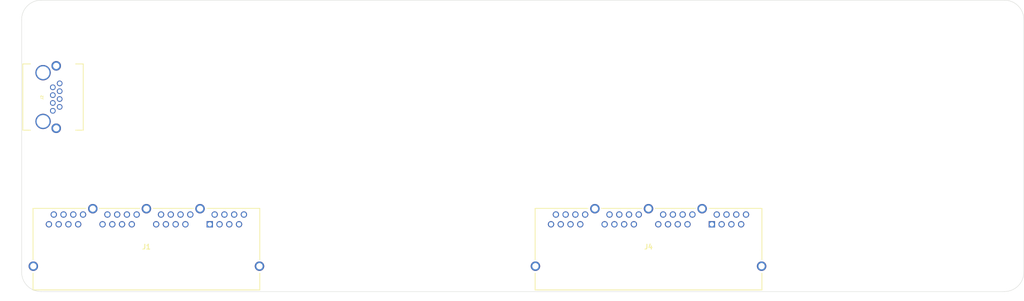
<source format=kicad_pcb>
(kicad_pcb (version 20240108) (generator "pcbnew") (generator_version "8.0")
  (title_block (title "HCP65 Component Tester") (date "2025-02-08") (rev "V0"))
  (layers (0 "F.Cu" signal) (31 "B.Cu" signal) (36 "B.SilkS" user "B.Silkscreen") (37 "F.SilkS" user "F.Silkscreen") (38 "B.Mask" user) (39 "F.Mask" user) (44 "Edge.Cuts" user))
  (net 0 "")
  (net 1 "/GND")
  (net 5 "/5V_{3}")
  (net 15 "/5V_{2}")
  (net 16 "/5V_{1}")
  (net 27 "/12V")
  (footprint "SamacSys_Parts:63391672" (layer "F.Cu") (at 19.05 48.26)
    (property "Reference" "J1" (at -16.511 5.896 0) (layer "F.SilkS") (effects (font (size 1.27 1.27) (thickness 0.254))))
    (property "Value" "6339167-2" (hide yes))
    (fp_line (start -46.045 -4.15) (end -46.045 -4.15) (stroke (width 0.1)) (layer "F.SilkS"))
    (fp_line (start -46.045 -4.15) (end -46.045 -4.15) (stroke (width 0.1)) (layer "F.SilkS"))
    (fp_line (start -46.045 -4.15) (end -32.26 -4.15) (stroke (width 0.2)) (layer "F.SilkS"))
    (fp_line (start -46.045 9.22) (end -46.045 -4.15) (stroke (width 0.2)) (layer "F.SilkS"))
    (fp_line (start -46.045 9.22) (end -46.045 9.22) (stroke (width 0.1)) (layer "F.SilkS"))
    (fp_line (start -46.045 12.72) (end -46.045 12.72) (stroke (width 0.1)) (layer "F.SilkS"))
    (fp_line (start -46.045 17.09) (end -46.045 12.72) (stroke (width 0.2)) (layer "F.SilkS"))
    (fp_line (start -46.045 17.09) (end -46.045 17.09) (stroke (width 0.1)) (layer "F.SilkS"))
    (fp_line (start -46.045 17.09) (end -46.045 17.09) (stroke (width 0.1)) (layer "F.SilkS"))
    (fp_line (start -32.26 -4.15) (end -32.26 -4.15) (stroke (width 0.1)) (layer "F.SilkS"))
    (fp_line (start -28.76 -4.15) (end -28.76 -4.15) (stroke (width 0.1)) (layer "F.SilkS"))
    (fp_line (start -28.76 -4.15) (end -18.26 -4.15) (stroke (width 0.2)) (layer "F.SilkS"))
    (fp_line (start -18.26 -4.15) (end -18.26 -4.15) (stroke (width 0.1)) (layer "F.SilkS"))
    (fp_line (start -14.76 -4.15) (end -14.76 -4.15) (stroke (width 0.1)) (layer "F.SilkS"))
    (fp_line (start -4.26 -4.15) (end -14.76 -4.15) (stroke (width 0.2)) (layer "F.SilkS"))
    (fp_line (start -4.26 -4.15) (end -4.26 -4.15) (stroke (width 0.1)) (layer "F.SilkS"))
    (fp_line (start -0.76 -4.15) (end -0.76 -4.15) (stroke (width 0.1)) (layer "F.SilkS"))
    (fp_line (start 13.025 -4.15) (end -0.76 -4.15) (stroke (width 0.2)) (layer "F.SilkS"))
    (fp_line (start 13.025 -4.15) (end 13.025 -4.15) (stroke (width 0.1)) (layer "F.SilkS"))
    (fp_line (start 13.025 -4.15) (end 13.025 -4.15) (stroke (width 0.1)) (layer "F.SilkS"))
    (fp_line (start 13.025 9.22) (end 13.025 -4.15) (stroke (width 0.2)) (layer "F.SilkS"))
    (fp_line (start 13.025 9.22) (end 13.025 9.22) (stroke (width 0.1)) (layer "F.SilkS"))
    (fp_line (start 13.025 12.72) (end 13.025 12.72) (stroke (width 0.1)) (layer "F.SilkS"))
    (fp_line (start 13.025 17.09) (end -46.045 17.09) (stroke (width 0.2)) (layer "F.SilkS"))
    (fp_line (start 13.025 17.09) (end 13.025 12.72) (stroke (width 0.2)) (layer "F.SilkS"))
    (fp_line (start 13.025 17.09) (end 13.025 17.09) (stroke (width 0.1)) (layer "F.SilkS"))
    (fp_line (start 13.025 17.09) (end 13.025 17.09) (stroke (width 0.1)) (layer "F.SilkS"))
    (pad "" np_thru_hole circle (at -43.18 6.35) (size 3.33 3.33) (drill 3.33) (layers "*.Cu" "*.Mask"))
    (pad "" np_thru_hole circle (at 10.16 6.35) (size 3.33 3.33) (drill 3.33) (layers "*.Cu" "*.Mask"))
    (pad "A1" thru_hole rect (at 0 0) (size 1.65 1.65) (drill 1.1) (layers "*.Cu" "*.Mask"))
    (pad "A2" thru_hole circle (at 1.27 -2.54) (size 1.65 1.65) (drill 1.1) (layers "*.Cu" "*.Mask"))
    (pad "A3" thru_hole circle (at 2.54 0) (size 1.65 1.65) (drill 1.1) (layers "*.Cu" "*.Mask"))
    (pad "A4" thru_hole circle (at 3.81 -2.54) (size 1.65 1.65) (drill 1.1) (layers "*.Cu" "*.Mask"))
    (pad "A5" thru_hole circle (at 5.08 0) (size 1.65 1.65) (drill 1.1) (layers "*.Cu" "*.Mask"))
    (pad "A6" thru_hole circle (at 6.35 -2.54) (size 1.65 1.65) (drill 1.1) (layers "*.Cu" "*.Mask"))
    (pad "A7" thru_hole circle (at 7.62 0) (size 1.65 1.65) (drill 1.1) (layers "*.Cu" "*.Mask"))
    (pad "A8" thru_hole circle (at 8.89 -2.54) (size 1.65 1.65) (drill 1.1) (layers "*.Cu" "*.Mask"))
    (pad "B1" thru_hole circle (at -13.97 0) (size 1.65 1.65) (drill 1.1) (layers "*.Cu" "*.Mask"))
    (pad "B2" thru_hole circle (at -12.7 -2.54) (size 1.65 1.65) (drill 1.1) (layers "*.Cu" "*.Mask"))
    (pad "B3" thru_hole circle (at -11.43 0) (size 1.65 1.65) (drill 1.1) (layers "*.Cu" "*.Mask"))
    (pad "B4" thru_hole circle (at -10.16 -2.54) (size 1.65 1.65) (drill 1.1) (layers "*.Cu" "*.Mask"))
    (pad "B5" thru_hole circle (at -8.89 0) (size 1.65 1.65) (drill 1.1) (layers "*.Cu" "*.Mask"))
    (pad "B6" thru_hole circle (at -7.62 -2.54) (size 1.65 1.65) (drill 1.1) (layers "*.Cu" "*.Mask"))
    (pad "B7" thru_hole circle (at -6.35 0) (size 1.65 1.65) (drill 1.1) (layers "*.Cu" "*.Mask"))
    (pad "B8" thru_hole circle (at -5.08 -2.54) (size 1.65 1.65) (drill 1.1) (layers "*.Cu" "*.Mask"))
    (pad "C1" thru_hole circle (at -27.94 0) (size 1.65 1.65) (drill 1.1) (layers "*.Cu" "*.Mask"))
    (pad "C2" thru_hole circle (at -26.67 -2.54) (size 1.65 1.65) (drill 1.1) (layers "*.Cu" "*.Mask"))
    (pad "C3" thru_hole circle (at -25.4 0) (size 1.65 1.65) (drill 1.1) (layers "*.Cu" "*.Mask"))
    (pad "C4" thru_hole circle (at -24.13 -2.54) (size 1.65 1.65) (drill 1.1) (layers "*.Cu" "*.Mask"))
    (pad "C5" thru_hole circle (at -22.86 0) (size 1.65 1.65) (drill 1.1) (layers "*.Cu" "*.Mask"))
    (pad "C6" thru_hole circle (at -21.59 -2.54) (size 1.65 1.65) (drill 1.1) (layers "*.Cu" "*.Mask"))
    (pad "C7" thru_hole circle (at -20.32 0) (size 1.65 1.65) (drill 1.1) (layers "*.Cu" "*.Mask"))
    (pad "C8" thru_hole circle (at -19.05 -2.54) (size 1.65 1.65) (drill 1.1) (layers "*.Cu" "*.Mask"))
    (pad "D1" thru_hole circle (at -41.91 0) (size 1.65 1.65) (drill 1.1) (layers "*.Cu" "*.Mask"))
    (pad "D2" thru_hole circle (at -40.64 -2.54) (size 1.65 1.65) (drill 1.1) (layers "*.Cu" "*.Mask"))
    (pad "D3" thru_hole circle (at -39.37 0) (size 1.65 1.65) (drill 1.1) (layers "*.Cu" "*.Mask"))
    (pad "D4" thru_hole circle (at -38.1 -2.54) (size 1.65 1.65) (drill 1.1) (layers "*.Cu" "*.Mask"))
    (pad "D5" thru_hole circle (at -36.83 0) (size 1.65 1.65) (drill 1.1) (layers "*.Cu" "*.Mask"))
    (pad "D6" thru_hole circle (at -35.56 -2.54) (size 1.65 1.65) (drill 1.1) (layers "*.Cu" "*.Mask"))
    (pad "D7" thru_hole circle (at -34.29 0) (size 1.65 1.65) (drill 1.1) (layers "*.Cu" "*.Mask"))
    (pad "D8" thru_hole circle (at -33.02 -2.54) (size 1.65 1.65) (drill 1.1) (layers "*.Cu" "*.Mask"))
    (pad "MH1" thru_hole circle (at -45.97 10.92) (size 2.475 2.475) (drill 1.65) (layers "*.Cu" "*.Mask") (net 1 "/GND"))
    (pad "MH2" thru_hole circle (at -30.48 -4.06) (size 2.475 2.475) (drill 1.65) (layers "*.Cu" "*.Mask") (net 1 "/GND"))
    (pad "MH3" thru_hole circle (at -16.51 -4.06) (size 2.475 2.475) (drill 1.65) (layers "*.Cu" "*.Mask") (net 1 "/GND"))
    (pad "MH4" thru_hole circle (at -2.54 -4.06) (size 2.475 2.475) (drill 1.65) (layers "*.Cu" "*.Mask") (net 1 "/GND"))
    (pad "MH5" thru_hole circle (at 12.95 10.92) (size 2.475 2.475) (drill 1.65) (layers "*.Cu" "*.Mask") (net 1 "/GND"))
  )
  (footprint "SamacSys_Parts:1-406541-1_1" (layer "F.Cu") (at -29.665 6.48 -90)
    (property "Reference" "J2" (at 8.75 -5 90) (layer "F.SilkS") (effects (font (size 0.635 0.635) (thickness 0.15) (bold yes))))
    (property "Value" "1-406541-1" (hide yes))
    (fp_line (start 0 0) (end 17.27 0) (stroke (width 0.2)) (layer "F.SilkS"))
    (fp_line (start 0 0) (end 0 -2.000001) (stroke (width 0.2)) (layer "F.SilkS"))
    (fp_line (start 17.27 0) (end 17.270001 -2) (stroke (width 0.2)) (layer "F.SilkS"))
    (fp_line (start 0 -15.75) (end 0 -13.75) (stroke (width 0.2)) (layer "F.SilkS"))
    (fp_line (start 0 -15.75) (end 17.27 -15.75) (stroke (width 0.2)) (layer "F.SilkS"))
    (fp_line (start 17.27 -15.75) (end 17.27 -13.75) (stroke (width 0.2)) (layer "F.SilkS"))
    (pad "" np_thru_hole circle (at 2.285 -5.28 270) (size 4 4) (drill 3.33) (layers "F&B.Cu" "*.Mask"))
    (pad "" np_thru_hole circle (at 14.985 -5.28 270) (size 4 4) (drill 3.33) (layers "F&B.Cu" "*.Mask"))
    (pad "1" thru_hole circle (at 12.215 -7.82 270) (size 1.47 1.47) (drill 0.97) (layers "*.Cu" "*.Mask") (net 27 "/12V"))
    (pad "2" thru_hole circle (at 11.195 -9.600001 270) (size 1.47 1.47) (drill 0.97) (layers "*.Cu" "*.Mask") (net 5 "/5V_{3}"))
    (pad "3" thru_hole circle (at 10.175 -7.820001 270) (size 1.47 1.47) (drill 0.97) (layers "*.Cu" "*.Mask") (net 15 "/5V_{2}"))
    (pad "4" thru_hole circle (at 9.155 -9.600001 270) (size 1.47 1.47) (drill 0.97) (layers "*.Cu" "*.Mask") (net 16 "/5V_{1}"))
    (pad "5" thru_hole circle (at 8.135 -7.82 270) (size 1.47 1.47) (drill 0.97) (layers "*.Cu" "*.Mask") (net 1 "/GND"))
    (pad "6" thru_hole circle (at 7.115 -9.6 270) (size 1.47 1.47) (drill 0.97) (layers "*.Cu" "*.Mask") (net 1 "/GND"))
    (pad "7" thru_hole circle (at 6.095 -7.82 270) (size 1.47 1.47) (drill 0.97) (layers "*.Cu" "*.Mask") (net 1 "/GND"))
    (pad "8" thru_hole circle (at 5.075 -9.6 270) (size 1.47 1.47) (drill 0.97) (layers "*.Cu" "*.Mask") (net 1 "/GND"))
    (pad "MH1" thru_hole circle (at 16.765 -8.71 270) (size 2.5 2.5) (drill 1.65) (layers "*.Cu" "*.Mask") (net 1 "/GND"))
    (pad "MH2" thru_hole circle (at 0.505 -8.71 270) (size 2.5 2.5) (drill 1.65) (layers "*.Cu" "*.Mask") (net 1 "/GND"))
  )
  (footprint "SamacSys_Parts:63391672" (layer "F.Cu") (at 149.86 48.26)
    (property "Reference" "J4" (at -16.511 5.896 0) (layer "F.SilkS") (effects (font (size 1.27 1.27) (thickness 0.254))))
    (property "Value" "6339167-2" (hide yes))
    (fp_line (start -46.045 -4.15) (end -46.045 -4.15) (stroke (width 0.1)) (layer "F.SilkS"))
    (fp_line (start -46.045 -4.15) (end -46.045 -4.15) (stroke (width 0.1)) (layer "F.SilkS"))
    (fp_line (start -46.045 -4.15) (end -32.26 -4.15) (stroke (width 0.2)) (layer "F.SilkS"))
    (fp_line (start -46.045 9.22) (end -46.045 -4.15) (stroke (width 0.2)) (layer "F.SilkS"))
    (fp_line (start -46.045 9.22) (end -46.045 9.22) (stroke (width 0.1)) (layer "F.SilkS"))
    (fp_line (start -46.045 12.72) (end -46.045 12.72) (stroke (width 0.1)) (layer "F.SilkS"))
    (fp_line (start -46.045 17.09) (end -46.045 12.72) (stroke (width 0.2)) (layer "F.SilkS"))
    (fp_line (start -46.045 17.09) (end -46.045 17.09) (stroke (width 0.1)) (layer "F.SilkS"))
    (fp_line (start -46.045 17.09) (end -46.045 17.09) (stroke (width 0.1)) (layer "F.SilkS"))
    (fp_line (start -32.26 -4.15) (end -32.26 -4.15) (stroke (width 0.1)) (layer "F.SilkS"))
    (fp_line (start -28.76 -4.15) (end -28.76 -4.15) (stroke (width 0.1)) (layer "F.SilkS"))
    (fp_line (start -28.76 -4.15) (end -18.26 -4.15) (stroke (width 0.2)) (layer "F.SilkS"))
    (fp_line (start -18.26 -4.15) (end -18.26 -4.15) (stroke (width 0.1)) (layer "F.SilkS"))
    (fp_line (start -14.76 -4.15) (end -14.76 -4.15) (stroke (width 0.1)) (layer "F.SilkS"))
    (fp_line (start -4.26 -4.15) (end -14.76 -4.15) (stroke (width 0.2)) (layer "F.SilkS"))
    (fp_line (start -4.26 -4.15) (end -4.26 -4.15) (stroke (width 0.1)) (layer "F.SilkS"))
    (fp_line (start -0.76 -4.15) (end -0.76 -4.15) (stroke (width 0.1)) (layer "F.SilkS"))
    (fp_line (start 13.025 -4.15) (end -0.76 -4.15) (stroke (width 0.2)) (layer "F.SilkS"))
    (fp_line (start 13.025 -4.15) (end 13.025 -4.15) (stroke (width 0.1)) (layer "F.SilkS"))
    (fp_line (start 13.025 -4.15) (end 13.025 -4.15) (stroke (width 0.1)) (layer "F.SilkS"))
    (fp_line (start 13.025 9.22) (end 13.025 -4.15) (stroke (width 0.2)) (layer "F.SilkS"))
    (fp_line (start 13.025 9.22) (end 13.025 9.22) (stroke (width 0.1)) (layer "F.SilkS"))
    (fp_line (start 13.025 12.72) (end 13.025 12.72) (stroke (width 0.1)) (layer "F.SilkS"))
    (fp_line (start 13.025 17.09) (end -46.045 17.09) (stroke (width 0.2)) (layer "F.SilkS"))
    (fp_line (start 13.025 17.09) (end 13.025 12.72) (stroke (width 0.2)) (layer "F.SilkS"))
    (fp_line (start 13.025 17.09) (end 13.025 17.09) (stroke (width 0.1)) (layer "F.SilkS"))
    (fp_line (start 13.025 17.09) (end 13.025 17.09) (stroke (width 0.1)) (layer "F.SilkS"))
    (pad "" np_thru_hole circle (at -43.18 6.35) (size 3.33 3.33) (drill 3.33) (layers "*.Cu" "*.Mask"))
    (pad "" np_thru_hole circle (at 10.16 6.35) (size 3.33 3.33) (drill 3.33) (layers "*.Cu" "*.Mask"))
    (pad "A1" thru_hole rect (at 0 0) (size 1.65 1.65) (drill 1.1) (layers "*.Cu" "*.Mask"))
    (pad "A2" thru_hole circle (at 1.27 -2.54) (size 1.65 1.65) (drill 1.1) (layers "*.Cu" "*.Mask"))
    (pad "A3" thru_hole circle (at 2.54 0) (size 1.65 1.65) (drill 1.1) (layers "*.Cu" "*.Mask"))
    (pad "A4" thru_hole circle (at 3.81 -2.54) (size 1.65 1.65) (drill 1.1) (layers "*.Cu" "*.Mask"))
    (pad "A5" thru_hole circle (at 5.08 0) (size 1.65 1.65) (drill 1.1) (layers "*.Cu" "*.Mask"))
    (pad "A6" thru_hole circle (at 6.35 -2.54) (size 1.65 1.65) (drill 1.1) (layers "*.Cu" "*.Mask"))
    (pad "A7" thru_hole circle (at 7.62 0) (size 1.65 1.65) (drill 1.1) (layers "*.Cu" "*.Mask"))
    (pad "A8" thru_hole circle (at 8.89 -2.54) (size 1.65 1.65) (drill 1.1) (layers "*.Cu" "*.Mask"))
    (pad "B1" thru_hole circle (at -13.97 0) (size 1.65 1.65) (drill 1.1) (layers "*.Cu" "*.Mask"))
    (pad "B2" thru_hole circle (at -12.7 -2.54) (size 1.65 1.65) (drill 1.1) (layers "*.Cu" "*.Mask"))
    (pad "B3" thru_hole circle (at -11.43 0) (size 1.65 1.65) (drill 1.1) (layers "*.Cu" "*.Mask"))
    (pad "B4" thru_hole circle (at -10.16 -2.54) (size 1.65 1.65) (drill 1.1) (layers "*.Cu" "*.Mask"))
    (pad "B5" thru_hole circle (at -8.89 0) (size 1.65 1.65) (drill 1.1) (layers "*.Cu" "*.Mask"))
    (pad "B6" thru_hole circle (at -7.62 -2.54) (size 1.65 1.65) (drill 1.1) (layers "*.Cu" "*.Mask"))
    (pad "B7" thru_hole circle (at -6.35 0) (size 1.65 1.65) (drill 1.1) (layers "*.Cu" "*.Mask"))
    (pad "B8" thru_hole circle (at -5.08 -2.54) (size 1.65 1.65) (drill 1.1) (layers "*.Cu" "*.Mask"))
    (pad "C1" thru_hole circle (at -27.94 0) (size 1.65 1.65) (drill 1.1) (layers "*.Cu" "*.Mask"))
    (pad "C2" thru_hole circle (at -26.67 -2.54) (size 1.65 1.65) (drill 1.1) (layers "*.Cu" "*.Mask"))
    (pad "C3" thru_hole circle (at -25.4 0) (size 1.65 1.65) (drill 1.1) (layers "*.Cu" "*.Mask"))
    (pad "C4" thru_hole circle (at -24.13 -2.54) (size 1.65 1.65) (drill 1.1) (layers "*.Cu" "*.Mask"))
    (pad "C5" thru_hole circle (at -22.86 0) (size 1.65 1.65) (drill 1.1) (layers "*.Cu" "*.Mask"))
    (pad "C6" thru_hole circle (at -21.59 -2.54) (size 1.65 1.65) (drill 1.1) (layers "*.Cu" "*.Mask"))
    (pad "C7" thru_hole circle (at -20.32 0) (size 1.65 1.65) (drill 1.1) (layers "*.Cu" "*.Mask"))
    (pad "C8" thru_hole circle (at -19.05 -2.54) (size 1.65 1.65) (drill 1.1) (layers "*.Cu" "*.Mask"))
    (pad "D1" thru_hole circle (at -41.91 0) (size 1.65 1.65) (drill 1.1) (layers "*.Cu" "*.Mask"))
    (pad "D2" thru_hole circle (at -40.64 -2.54) (size 1.65 1.65) (drill 1.1) (layers "*.Cu" "*.Mask"))
    (pad "D3" thru_hole circle (at -39.37 0) (size 1.65 1.65) (drill 1.1) (layers "*.Cu" "*.Mask"))
    (pad "D4" thru_hole circle (at -38.1 -2.54) (size 1.65 1.65) (drill 1.1) (layers "*.Cu" "*.Mask"))
    (pad "D5" thru_hole circle (at -36.83 0) (size 1.65 1.65) (drill 1.1) (layers "*.Cu" "*.Mask"))
    (pad "D6" thru_hole circle (at -35.56 -2.54) (size 1.65 1.65) (drill 1.1) (layers "*.Cu" "*.Mask"))
    (pad "D7" thru_hole circle (at -34.29 0) (size 1.65 1.65) (drill 1.1) (layers "*.Cu" "*.Mask"))
    (pad "D8" thru_hole circle (at -33.02 -2.54) (size 1.65 1.65) (drill 1.1) (layers "*.Cu" "*.Mask"))
    (pad "MH1" thru_hole circle (at -45.97 10.92) (size 2.475 2.475) (drill 1.65) (layers "*.Cu" "*.Mask") (net 1 "/GND"))
    (pad "MH2" thru_hole circle (at -30.48 -4.06) (size 2.475 2.475) (drill 1.65) (layers "*.Cu" "*.Mask") (net 1 "/GND"))
    (pad "MH3" thru_hole circle (at -16.51 -4.06) (size 2.475 2.475) (drill 1.65) (layers "*.Cu" "*.Mask") (net 1 "/GND"))
    (pad "MH4" thru_hole circle (at -2.54 -4.06) (size 2.475 2.475) (drill 1.65) (layers "*.Cu" "*.Mask") (net 1 "/GND"))
    (pad "MH5" thru_hole circle (at 12.95 10.92) (size 2.475 2.475) (drill 1.65) (layers "*.Cu" "*.Mask") (net 1 "/GND"))
  )
  (gr_arc (start 226.06 -10.12) (mid 229.652102 -8.632102) (end 231.14 -5.04) (stroke (width 0.1)) (layer "Edge.Cuts"))
  (gr_line (start 226.059999 65.786001) (end -24.892 65.786) (stroke (width 0.1)) (layer "Edge.Cuts"))
  (gr_line (start 231.139999 60.706001) (end 231.14 -5.04) (stroke (width 0.1)) (layer "Edge.Cuts"))
  (gr_line (start 226.06 -10.12) (end -24.891998 -10.12) (stroke (width 0.1)) (layer "Edge.Cuts"))
  (gr_line (start -29.972 60.706) (end -29.971998 -5.04) (stroke (width 0.1)) (layer "Edge.Cuts"))
  (gr_arc (start 231.139999 60.706001) (mid 229.652101 64.298102) (end 226.059999 65.786001) (stroke (width 0.1)) (layer "Edge.Cuts"))
  (gr_arc (start -24.892 65.786) (mid -28.484102 64.298102) (end -29.972 60.706) (stroke (width 0.1)) (layer "Edge.Cuts"))
  (gr_arc (start -29.971998 -5.04) (mid -28.4841 -8.632102) (end -24.891998 -10.12) (stroke (width 0.1)) (layer "Edge.Cuts"))
)
</source>
